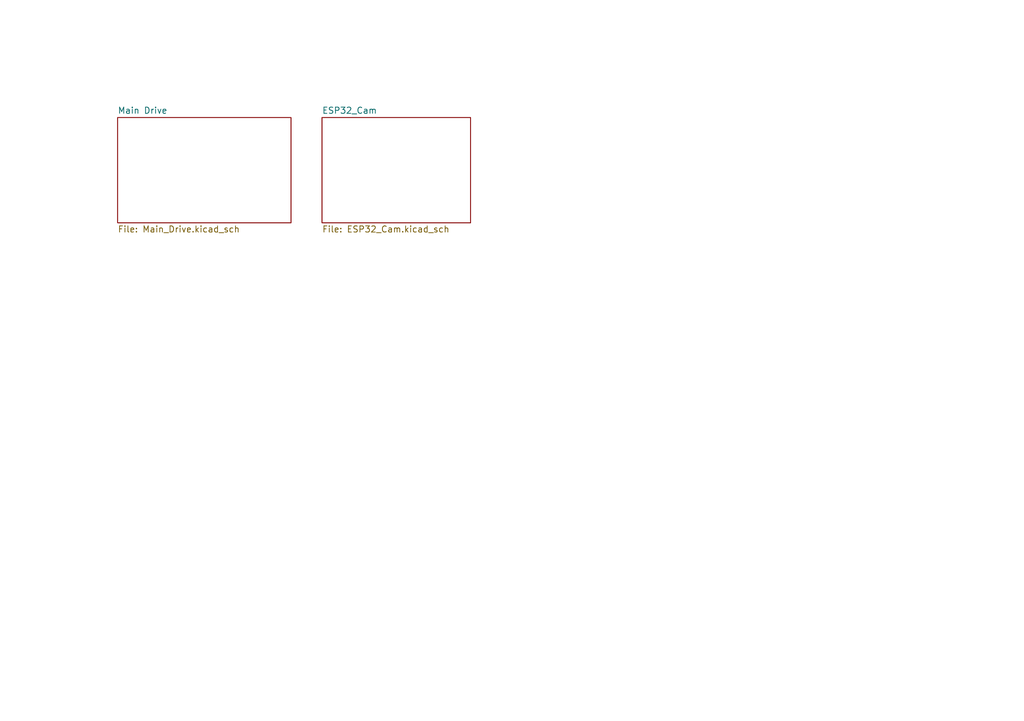
<source format=kicad_sch>
(kicad_sch
	(version 20231120)
	(generator "eeschema")
	(generator_version "8.0")
	(uuid "8180110a-9871-4b80-b187-54b8d0eb013b")
	(paper "A5")
	(lib_symbols)
	(sheet
		(at 66.04 24.13)
		(size 30.48 21.59)
		(fields_autoplaced yes)
		(stroke
			(width 0.1524)
			(type solid)
		)
		(fill
			(color 0 0 0 0.0000)
		)
		(uuid "46ad3009-c934-45aa-b4b2-bcc050df9b88")
		(property "Sheetname" "ESP32_Cam"
			(at 66.04 23.4184 0)
			(effects
				(font
					(size 1.27 1.27)
				)
				(justify left bottom)
			)
		)
		(property "Sheetfile" "ESP32_Cam.kicad_sch"
			(at 66.04 46.3046 0)
			(effects
				(font
					(size 1.27 1.27)
				)
				(justify left top)
			)
		)
		(instances
			(project "BattleBot"
				(path "/8180110a-9871-4b80-b187-54b8d0eb013b"
					(page "3")
				)
			)
		)
	)
	(sheet
		(at 24.13 24.13)
		(size 35.56 21.59)
		(fields_autoplaced yes)
		(stroke
			(width 0.1524)
			(type solid)
		)
		(fill
			(color 0 0 0 0.0000)
		)
		(uuid "d5d70269-1a3a-4941-8278-3b8ce5fdf254")
		(property "Sheetname" "Main Drive "
			(at 24.13 23.4184 0)
			(effects
				(font
					(size 1.27 1.27)
				)
				(justify left bottom)
			)
		)
		(property "Sheetfile" "Main_Drive.kicad_sch"
			(at 24.13 46.3046 0)
			(effects
				(font
					(size 1.27 1.27)
				)
				(justify left top)
			)
		)
		(instances
			(project "BattleBot"
				(path "/8180110a-9871-4b80-b187-54b8d0eb013b"
					(page "2")
				)
			)
		)
	)
	(sheet_instances
		(path "/"
			(page "1")
		)
	)
)
</source>
